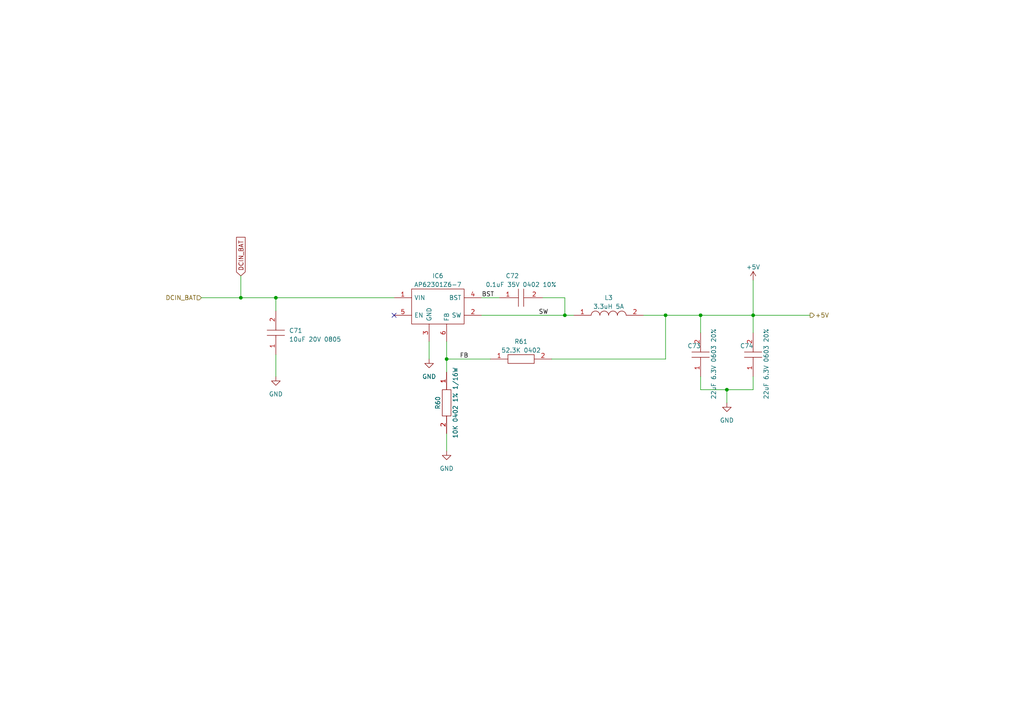
<source format=kicad_sch>
(kicad_sch (version 20230121) (generator eeschema)
  (paper "A4")
  (lib_symbols
    (symbol "AC0402FR-0710KL_1" (pin_names (offset 0.762))
      (property "Reference" "R" (at 13.97 6.35 0))
      (property "Value" "AC0402FR-0710KL_1" (at 13.97 3.81 0))
      (symbol "AC0402FR-0710KL_1_0_0"
        (pin passive line (at 0 0 0) (length 5.08) (name "~") (number "1"))
        (pin passive line (at 17.78 0 180) (length 5.08) (name "~") (number "2"))
      )
      (symbol "AC0402FR-0710KL_1_0_1"
        (polyline (pts (xy 5.08 1.27) (xy 12.7 1.27) (xy 12.7 -1.27) (xy 5.08 -1.27) (xy 5.08 1.27)) (stroke (width 0.1524)))
      )
    )
    (symbol "CGA2B3X7R1V104K050BB_1" (pin_names (offset 0.762))
      (property "Reference" "C" (at 8.89 6.35 0))
      (property "Value" "CGA2B3X7R1V104K050BB_1" (at 8.89 3.81 0))
      (symbol "CGA2B3X7R1V104K050BB_1_0_0"
        (pin passive line (at 0 0 0) (length 5.08) (name "~") (number "1"))
        (pin passive line (at 12.7 0 180) (length 5.08) (name "~") (number "2"))
      )
      (symbol "CGA2B3X7R1V104K050BB_1_0_1"
        (polyline (pts (xy 5.08 0) (xy 5.588 0)) (stroke (width 0.1524)))
        (polyline (pts (xy 5.588 2.54) (xy 5.588 -2.54)) (stroke (width 0.1524)))
        (polyline (pts (xy 7.112 0) (xy 7.62 0)) (stroke (width 0.1524)))
        (polyline (pts (xy 7.112 2.54) (xy 7.112 -2.54)) (stroke (width 0.1524)))
      )
    )
    (symbol "GRM188R60J226MEA0D_2" (pin_names (offset 0.762))
      (property "Reference" "C" (at 8.89 6.35 0))
      (property "Value" "GRM188R60J226MEA0D_2" (at 8.89 3.81 0))
      (symbol "GRM188R60J226MEA0D_2_0_0"
        (pin passive line (at 0 0 0) (length 5.08) (name "~") (number "1"))
        (pin passive line (at 12.7 0 180) (length 5.08) (name "~") (number "2"))
      )
      (symbol "GRM188R60J226MEA0D_2_0_1"
        (polyline (pts (xy 5.08 0) (xy 5.588 0)) (stroke (width 0.1524)))
        (polyline (pts (xy 5.588 2.54) (xy 5.588 -2.54)) (stroke (width 0.1524)))
        (polyline (pts (xy 7.112 0) (xy 7.62 0)) (stroke (width 0.1524)))
        (polyline (pts (xy 7.112 2.54) (xy 7.112 -2.54)) (stroke (width 0.1524)))
      )
    )
    (symbol "power:+5V" (power) (pin_names (offset 0))
      (property "Value" "+5V" (at 0 3.556 0))
      (symbol "+5V_0_1"
        (polyline (pts (xy -0.762 1.27) (xy 0 2.54)))
        (polyline (pts (xy 0 0) (xy 0 2.54)))
        (polyline (pts (xy 0 2.54) (xy 0.762 1.27)))
      )
      (symbol "+5V_1_1"
        (pin power_in line (at 0 0 90) (length 0) hide (name "+5V") (number "1"))
      )
    )
    (symbol "power:GND" (power) (pin_names (offset 0))
      (property "Value" "GND" (at 0 -3.81 0))
      (symbol "GND_0_1"
        (polyline (pts (xy 0 0) (xy 0 -1.27) (xy 1.27 -1.27) (xy 0 -2.54) (xy -1.27 -1.27) (xy 0 -1.27)))
      )
      (symbol "GND_1_1"
        (pin power_in line (at 0 0 270) (length 0) hide (name "GND") (number "1"))
      )
    )
    (symbol "usb_to_lan:10uF 20V 0805" (pin_names (offset 0.762))
      (property "Reference" "C" (at 8.89 6.35 0))
      (property "Value" "10uF 20V 0805" (at 8.89 3.81 0))
      (symbol "10uF 20V 0805_0_0"
        (pin passive line (at 0 0 0) (length 5.08) (name "~") (number "1"))
        (pin passive line (at 12.7 0 180) (length 5.08) (name "~") (number "2"))
      )
      (symbol "10uF 20V 0805_0_1"
        (polyline (pts (xy 5.08 0) (xy 5.588 0)) (stroke (width 0.1524)))
        (polyline (pts (xy 5.588 2.54) (xy 5.588 -2.54)) (stroke (width 0.1524)))
        (polyline (pts (xy 7.112 0) (xy 7.62 0)) (stroke (width 0.1524)))
        (polyline (pts (xy 7.112 2.54) (xy 7.112 -2.54)) (stroke (width 0.1524)))
      )
    )
    (symbol "usb_to_lan:3.3uH 5A" (pin_names (offset 0.762))
      (property "Reference" "L" (at 16.51 6.35 0))
      (property "Value" "3.3uH 5A" (at 16.51 3.81 0))
      (symbol "3.3uH 5A_0_0"
        (pin passive line (at 0 0 0) (length 5.08) (name "~") (number "1"))
        (pin passive line (at 20.32 0 180) (length 5.08) (name "~") (number "2"))
      )
      (symbol "3.3uH 5A_0_1"
        (arc (start 7.62 0) (mid 6.35 1.2202) (end 5.08 0) (stroke (width 0.1524)))
        (arc (start 10.16 0) (mid 8.89 1.2202) (end 7.62 0) (stroke (width 0.1524)))
        (arc (start 12.7 0) (mid 11.43 1.2202) (end 10.16 0) (stroke (width 0.1524)))
        (arc (start 15.24 0) (mid 13.97 1.2202) (end 12.7 0) (stroke (width 0.1524)))
      )
    )
    (symbol "usb_to_lan:52.3K 0402" (pin_names (offset 0.762))
      (property "Reference" "R" (at 13.97 6.35 0))
      (property "Value" "52.3K 0402" (at 13.97 3.81 0))
      (symbol "52.3K 0402_0_0"
        (pin passive line (at 0 0 0) (length 5.08) (name "~") (number "1"))
        (pin passive line (at 17.78 0 180) (length 5.08) (name "~") (number "2"))
      )
      (symbol "52.3K 0402_0_1"
        (polyline (pts (xy 5.08 1.27) (xy 12.7 1.27) (xy 12.7 -1.27) (xy 5.08 -1.27) (xy 5.08 1.27)) (stroke (width 0.1524)))
      )
    )
    (symbol "usb_to_lan:AP62301Z6-7" (pin_names (offset 0.762))
      (property "Reference" "IC" (at 21.59 7.62 0))
      (property "Value" "AP62301Z6-7" (at 21.59 5.08 0))
      (symbol "AP62301Z6-7_0_0"
        (pin passive line (at 0 0 0) (length 5.08) (name "VIN") (number "1"))
        (pin passive line (at 25.4 -5.08 180) (length 5.08) (name "SW") (number "2"))
        (pin passive line (at 10.16 -12.7 90) (length 5.08) (name "GND") (number "3"))
        (pin passive line (at 25.4 0 180) (length 5.08) (name "BST") (number "4"))
        (pin passive line (at 0 -5.08 0) (length 5.08) (name "EN") (number "5"))
        (pin passive line (at 15.24 -12.7 90) (length 5.08) (name "FB") (number "6"))
      )
      (symbol "AP62301Z6-7_0_1"
        (polyline (pts (xy 5.08 2.54) (xy 20.32 2.54) (xy 20.32 -7.62) (xy 5.08 -7.62) (xy 5.08 2.54)) (stroke (width 0.1524)))
      )
    )
  )
  (junction (at 69.85 86.36))
  (junction (at 218.44 91.44))
  (junction (at 163.83 91.44))
  (junction (at 80.01 86.36))
  (junction (at 129.54 104.14))
  (junction (at 193.04 91.44))
  (junction (at 210.82 113.03))
  (junction (at 203.2 91.44))
  (no_connect (at 114.3 91.44))
  (wire (pts (xy 80.01 102.87) (xy 80.01 109.22)))
  (wire (pts (xy 129.54 104.14) (xy 129.54 99.06)))
  (wire (pts (xy 142.24 104.14) (xy 129.54 104.14)))
  (wire (pts (xy 218.44 81.28) (xy 218.44 91.44)))
  (wire (pts (xy 163.83 91.44) (xy 166.37 91.44)))
  (wire (pts (xy 218.44 91.44) (xy 234.95 91.44)))
  (wire (pts (xy 203.2 91.44) (xy 218.44 91.44)))
  (wire (pts (xy 210.82 113.03) (xy 210.82 116.84)))
  (wire (pts (xy 69.85 86.36) (xy 80.01 86.36)))
  (wire (pts (xy 193.04 91.44) (xy 203.2 91.44)))
  (wire (pts (xy 193.04 104.14) (xy 160.02 104.14)))
  (wire (pts (xy 139.7 91.44) (xy 163.83 91.44)))
  (wire (pts (xy 186.69 91.44) (xy 193.04 91.44)))
  (wire (pts (xy 203.2 113.03) (xy 203.2 109.22)))
  (wire (pts (xy 203.2 91.44) (xy 203.2 96.52)))
  (wire (pts (xy 218.44 109.22) (xy 218.44 113.03)))
  (wire (pts (xy 157.48 86.36) (xy 163.83 86.36)))
  (wire (pts (xy 210.82 113.03) (xy 203.2 113.03)))
  (wire (pts (xy 129.54 125.73) (xy 129.54 130.81)))
  (wire (pts (xy 218.44 113.03) (xy 210.82 113.03)))
  (wire (pts (xy 218.44 91.44) (xy 218.44 96.52)))
  (wire (pts (xy 124.46 99.06) (xy 124.46 104.14)))
  (wire (pts (xy 193.04 91.44) (xy 193.04 104.14)))
  (wire (pts (xy 69.85 80.01) (xy 69.85 86.36)))
  (wire (pts (xy 80.01 86.36) (xy 114.3 86.36)))
  (wire (pts (xy 58.42 86.36) (xy 69.85 86.36)))
  (wire (pts (xy 129.54 104.14) (xy 129.54 107.95)))
  (wire (pts (xy 163.83 86.36) (xy 163.83 91.44)))
  (wire (pts (xy 139.7 86.36) (xy 144.78 86.36)))
  (wire (pts (xy 80.01 86.36) (xy 80.01 90.17)))
  (label "SW" (at 156.21 91.44 0))
  (label "FB" (at 135.89 104.14 180))
  (label "BST" (at 139.7 86.36 0))
  (global_label "DCIN_BAT" (shape input) (at 69.85 80.01 90) (property "Intersheetrefs" "${INTERSHEET_REFS}" (effects hide)))
  (hierarchical_label "+5V" (shape output) (at 234.95 91.44 0))
  (hierarchical_label "DCIN_BAT" (shape input) (at 58.42 86.36 180))
  (symbol (lib_name "GRM188R60J226MEA0D_2") (lib_id "usb_to_lan:GRM188R60J226MEA0D") (at 218.44 109.22 90) (unit 1)
    (property "Reference" "C74" (at 214.63 100.33 90) (effects (justify right)))
    (property "Value" "22uF 6.3V 0603 20%" (at 222.25 95.25 0) (effects (justify right)))
    (property "Footprint" "C_0603_1608Metric" (effects hide))
    (property "Datasheet" "https://psearch.en.murata.com/capacitor/product/GRM188R60J226MEA0%23.html" (effects hide))
    (property "Description" "Multilayer Ceramic Capacitors MLCC - SMD/SMT 0603 22uF 6.3volts *Derate Voltage/Temp" (effects hide))
    (property "Height" "0.9" (effects hide))
    (property "Manufacturer_Name" "Murata Electronics" (effects hide))
    (property "Manufacturer_Part_Number" "GRM188R60J226MEA0D" (effects hide))
    (property "Mouser Part Number" "81-GRM188R60J226ME0D" (effects hide))
    (property "Mouser Price/Stock" "https://www.mouser.co.uk/ProductDetail/Murata-Electronics/GRM188R60J226MEA0D?qs=p%2FZgMVRdWRkAKoLX3oNjgw%3D%3D" (effects hide))
    (property "Arrow Part Number" "GRM188R60J226MEA0D" (effects hide))
    (property "Arrow Price/Stock" "https://www.arrow.com/en/products/grm188r60j226mea0d/murata-manufacturing?region=nac" (effects hide))
  )
  (symbol (lib_name "GRM188R60J226MEA0D_2") (lib_id "usb_to_lan:GRM188R60J226MEA0D") (at 203.2 109.22 90) (unit 1)
    (property "Reference" "C73" (at 199.39 100.33 90) (effects (justify right)))
    (property "Value" "22uF 6.3V 0603 20%" (at 207.01 95.25 0) (effects (justify right)))
    (property "Footprint" "C_0603_1608Metric" (effects hide))
    (property "Datasheet" "https://psearch.en.murata.com/capacitor/product/GRM188R60J226MEA0%23.html" (effects hide))
    (property "Description" "Multilayer Ceramic Capacitors MLCC - SMD/SMT 0603 22uF 6.3volts *Derate Voltage/Temp" (effects hide))
    (property "Height" "0.9" (effects hide))
    (property "Manufacturer_Name" "Murata Electronics" (effects hide))
    (property "Manufacturer_Part_Number" "GRM188R60J226MEA0D" (effects hide))
    (property "Mouser Part Number" "81-GRM188R60J226ME0D" (effects hide))
    (property "Mouser Price/Stock" "https://www.mouser.co.uk/ProductDetail/Murata-Electronics/GRM188R60J226MEA0D?qs=p%2FZgMVRdWRkAKoLX3oNjgw%3D%3D" (effects hide))
    (property "Arrow Part Number" "GRM188R60J226MEA0D" (effects hide))
    (property "Arrow Price/Stock" "https://www.arrow.com/en/products/grm188r60j226mea0d/murata-manufacturing?region=nac" (effects hide))
  )
  (symbol (lib_id "usb_to_lan:3.3uH 5A") (at 166.37 91.44 0) (unit 1)
    (property "Reference" "L3" (at 176.53 86.36 0))
    (property "Value" "3.3uH 5A" (at 176.53 88.9 0))
    (property "Footprint" "VLS6045" (effects hide))
    (property "Datasheet" "https://product.tdk.com/system/files/dam/doc/product/inductor/inductor/smd/catalog/inductor_commercial_power_vls6045af_en.pdf" (effects hide))
    (property "Description" "SMD / SMT Inductors (Coils), L=3.3?H, L x W x T :" (effects hide))
    (property "Manufacturer_Name" "TDK" (effects hide))
    (property "Manufacturer_Part_Number" "VLS6045AF-3R3N" (effects hide))
    (property "Mouser Part Number" "810-VLS6045AF-3R3N" (effects hide))
    (property "Mouser Price/Stock" "https://www.mouser.co.uk/ProductDetail/TDK/VLS6045AF-3R3N?qs=lc2O%252BfHJPVbKrhYQ7dxqjQ%3D%3D" (effects hide))
    (property "Arrow Part Number" "VLS6045AF-3R3N" (effects hide))
    (property "Arrow Price/Stock" "https://www.arrow.com/en/products/vls6045af-3r3n/tdk?region=nac" (effects hide))
  )
  (symbol (lib_id "usb_to_lan:10uF 20V 0805") (at 80.01 102.87 90) (unit 1)
    (property "Reference" "C71" (at 83.82 95.885 90) (effects (justify right)))
    (property "Value" "10uF 20V 0805" (at 83.82 98.425 90) (effects (justify right)))
    (property "Footprint" "C_0805_2012Metric" (effects hide))
    (property "Datasheet" "https://datasheet.datasheetarchive.com/originals/distributors/DKDS-10/192060.pdf" (effects hide))
    (property "Description" "Multilayer Ceramic Capacitors MLCC - SMD/SMT 0805 10uF 20volts *Derate Voltage/Temp" (effects hide))
    (property "Height" "1.45" (effects hide))
    (property "Manufacturer_Name" "Murata Electronics" (effects hide))
    (property "Manufacturer_Part_Number" "GRM21BR61D106KE15L" (effects hide))
    (property "Mouser Part Number" "81-GRM21BR61D106KE5L" (effects hide))
    (property "Mouser Price/Stock" "https://www.mouser.co.uk/ProductDetail/Murata-Electronics/GRM21BR61D106KE15L?qs=K0Sa7bCb58LrY6JKuqqLCA%3D%3D" (effects hide))
  )
  (symbol (lib_id "usb_to_lan:52.3K 0402") (at 142.24 104.14 0) (unit 1)
    (property "Reference" "R61" (at 151.13 99.06 0))
    (property "Value" "52.3K 0402" (at 151.13 101.6 0))
    (property "Footprint" "R_0402_1005Metric" (effects hide))
    (property "Datasheet" "http://industrial.panasonic.com/cdbs/www-data/pdf/RDA0000/AOA0000C304.pdf" (effects hide))
    (property "Description" "Panasonic Surface Mount Fixed Resistor 52.3 k 0.1 W +/-100 ppm/C" (effects hide))
    (property "Height" "0.4" (effects hide))
    (property "Manufacturer_Name" "Panasonic" (effects hide))
    (property "Manufacturer_Part_Number" "ERJ-2RKF5232X" (effects hide))
    (property "Mouser Part Number" "667-ERJ-2RKF5232X" (effects hide))
    (property "Mouser Price/Stock" "https://www.mouser.co.uk/ProductDetail/Panasonic/ERJ-2RKF5232X/?qs=YMBIwoNQYdX72Vy9UljCxQ%3D%3D" (effects hide))
  )
  (symbol (lib_name "CGA2B3X7R1V104K050BB_1") (lib_id "usb_to_lan:CGA2B3X7R1V104K050BB") (at 144.78 86.36 0) (unit 1)
    (property "Reference" "C72" (at 148.59 80.01 0))
    (property "Value" "0.1uF 35V 0402 10%" (at 151.13 82.55 0))
    (property "Footprint" "C_0402_1005Metric" (effects hide))
    (property "Datasheet" "https://datasheet.datasheetarchive.com/originals/distributors/Datasheets-DGA20/25667.pdf" (effects hide))
    (property "Description" "Capacitor Auto CGA 0402 35V 100nF X7R" (effects hide))
    (property "Height" "0.55" (effects hide))
    (property "Manufacturer_Name" "TDK" (effects hide))
    (property "Manufacturer_Part_Number" "CGA2B3X7R1V104K050BB" (effects hide))
    (property "Mouser Part Number" "810-CGA2B3X7R1V104K" (effects hide))
    (property "Mouser Price/Stock" "https://www.mouser.co.uk/ProductDetail/TDK/CGA2B3X7R1V104K050BB?qs=NRhsANhppD%252Bp9zWDEim%2FoA%3D%3D" (effects hide))
    (property "Arrow Part Number" "CGA2B3X7R1V104K050BB" (effects hide))
    (property "Arrow Price/Stock" "https://www.arrow.com/en/products/cga2b3x7r1v104k050bb/tdk?region=nac" (effects hide))
  )
  (symbol (lib_id "power:GND") (at 80.01 109.22 0) (unit 1)
    (property "Reference" "#PWR033" (effects hide))
    (property "Value" "GND" (at 80.01 114.3 0))
  )
  (symbol (lib_id "power:GND") (at 124.46 104.14 0) (unit 1)
    (property "Reference" "#PWR034" (effects hide))
    (property "Value" "GND" (at 124.46 109.22 0))
  )
  (symbol (lib_id "power:+5V") (at 218.44 81.28 0) (unit 1)
    (property "Reference" "#PWR058" (effects hide))
    (property "Value" "+5V" (at 218.44 77.47 0))
  )
  (symbol (lib_id "usb_to_lan:AP62301Z6-7") (at 114.3 86.36 0) (unit 1)
    (property "Reference" "IC6" (at 127 80.01 0))
    (property "Value" "AP62301Z6-7" (at 127 82.55 0))
    (property "Footprint" "SOTFL50P162X60-6N" (effects hide))
    (property "Datasheet" "https://www.diodes.com/assets/Datasheets/AP62300_AP62301_AP62300T.pdf" (effects hide))
    (property "Description" "DCDC CONV HV BUCK SOT563 T&R 3K 4.2V TO 18V INPUT, 3A LOW IQ SYNCHRONOUS BUCK CONVERTER" (effects hide))
    (property "Height" "0.6" (effects hide))
    (property "Manufacturer_Name" "Diodes Inc." (effects hide))
    (property "Manufacturer_Part_Number" "AP62301Z6-7" (effects hide))
    (property "Mouser Part Number" "621-AP62301Z6-7" (effects hide))
    (property "Mouser Price/Stock" "https://www.mouser.co.uk/ProductDetail/Diodes-Incorporated/AP62301Z6-7?qs=7MVldsJ5UawPLFx7TLBzhA%3D%3D" (effects hide))
    (property "Arrow Part Number" "AP62301Z6-7" (effects hide))
    (property "Arrow Price/Stock" "https://www.arrow.com/en/products/ap62301z6-7/diodes-incorporated?region=nac" (effects hide))
  )
  (symbol (lib_id "power:GND") (at 210.82 116.84 0) (unit 1)
    (property "Reference" "#PWR057" (effects hide))
    (property "Value" "GND" (at 210.82 121.92 0))
  )
  (symbol (lib_name "AC0402FR-0710KL_1") (lib_id "usb_to_lan:AC0402FR-0710KL") (at 129.54 107.95 270) (unit 1)
    (property "Reference" "R60" (at 127 116.84 0))
    (property "Value" "10K 0402 1% 1/16W" (at 132.08 116.84 0))
    (property "Footprint" "R_0402_1005Metric" (effects hide))
    (property "Datasheet" "https://www.yageo.com/upload/media/product/productsearch/datasheet/rchip/PYu-AC_51_RoHS_L_7.pdf" (effects hide))
    (property "Description" "Yageo 10k, 0402 Thick Film Resistor 1% 0.0625W - AC0402FR-0710KL" (effects hide))
    (property "Height" "0.37" (effects hide))
    (property "Manufacturer_Name" "YAGEO (PHYCOMP)" (effects hide))
    (property "Manufacturer_Part_Number" "AC0402FR-0710KL" (effects hide))
    (property "Mouser Part Number" "603-AC0402FR-0710KL" (effects hide))
    (property "Mouser Price/Stock" "https://www.mouser.co.uk/ProductDetail/Yageo/AC0402FR-0710KL?qs=yhV1fb9g%2FKYkR5U3B7upEQ%3D%3D" (effects hide))
    (property "Arrow Part Number" "AC0402FR-0710KL" (effects hide))
    (property "Arrow Price/Stock" "https://www.arrow.com/en/products/ac0402fr-0710kl/yageo" (effects hide))
  )
  (symbol (lib_id "power:GND") (at 129.54 130.81 0) (unit 1)
    (property "Reference" "#PWR035" (effects hide))
    (property "Value" "GND" (at 129.54 135.89 0))
  )
)
</source>
